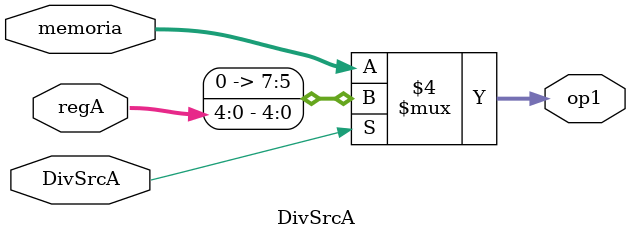
<source format=v>
module DivSrcA(input wire [7:0] memoria, 
	       input wire [4:0] regA,
	       input wire DivSrcA,
	       output reg [7:0] op1);

  always@(memoria or regA or DivSrcA)begin
      if (DivSrcA == 1'b0) begin
        op1 = memoria;
      end

      else begin
        op1 = regA;
      end
    end
	
endmodule

</source>
